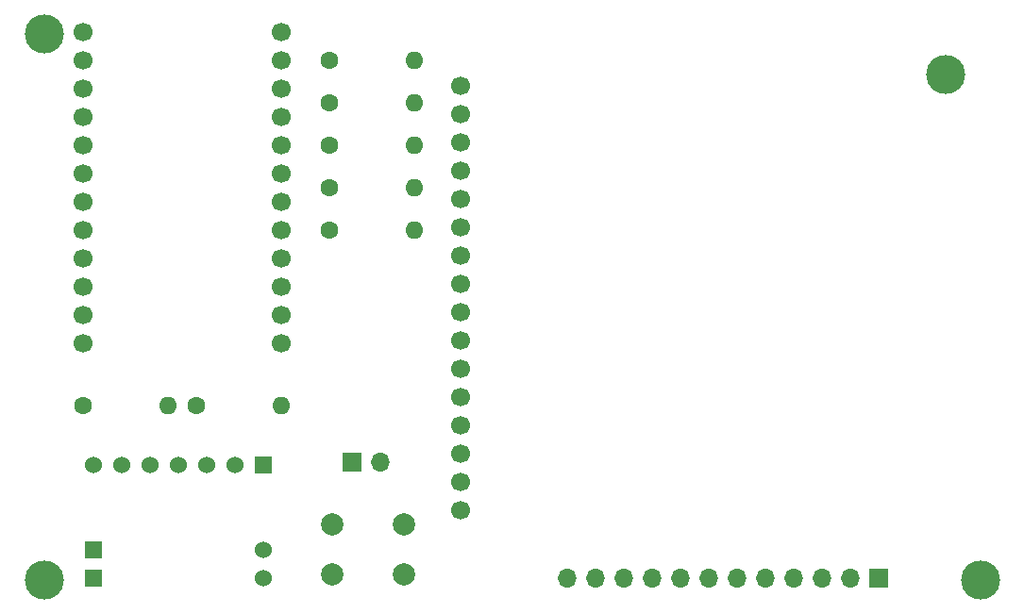
<source format=gbs>
G04 #@! TF.GenerationSoftware,KiCad,Pcbnew,6.0.0-d3dd2cf0fa~116~ubuntu20.04.1*
G04 #@! TF.CreationDate,2022-01-15T15:11:49+09:00*
G04 #@! TF.ProjectId,fg06-c3dev-revb,66673036-2d63-4336-9465-762d72657662,rev?*
G04 #@! TF.SameCoordinates,Original*
G04 #@! TF.FileFunction,Soldermask,Bot*
G04 #@! TF.FilePolarity,Negative*
%FSLAX46Y46*%
G04 Gerber Fmt 4.6, Leading zero omitted, Abs format (unit mm)*
G04 Created by KiCad (PCBNEW 6.0.0-d3dd2cf0fa~116~ubuntu20.04.1) date 2022-01-15 15:11:49*
%MOMM*%
%LPD*%
G01*
G04 APERTURE LIST*
%ADD10C,1.600000*%
%ADD11O,1.600000X1.600000*%
%ADD12C,2.000000*%
%ADD13R,1.700000X1.700000*%
%ADD14O,1.700000X1.700000*%
%ADD15C,3.500000*%
%ADD16C,1.700000*%
%ADD17C,1.524000*%
%ADD18R,1.524000X1.524000*%
G04 APERTURE END LIST*
D10*
G04 #@! TO.C,R5*
X68580000Y-51054000D03*
D11*
X76200000Y-51054000D03*
G04 #@! TD*
D12*
G04 #@! TO.C,SW1*
X68834000Y-85126000D03*
X75334000Y-85126000D03*
X68834000Y-89626000D03*
X75334000Y-89626000D03*
G04 #@! TD*
D13*
G04 #@! TO.C,J1*
X117856000Y-89916000D03*
D14*
X115316000Y-89916000D03*
X112776000Y-89916000D03*
X110236000Y-89916000D03*
X107696000Y-89916000D03*
X105156000Y-89916000D03*
X102616000Y-89916000D03*
X100076000Y-89916000D03*
X97536000Y-89916000D03*
X94996000Y-89916000D03*
X92456000Y-89916000D03*
X89916000Y-89916000D03*
G04 #@! TD*
D13*
G04 #@! TO.C,JP1*
X70607000Y-79502000D03*
D14*
X73147000Y-79502000D03*
G04 #@! TD*
D10*
G04 #@! TO.C,R4*
X68580000Y-47244000D03*
D11*
X76200000Y-47244000D03*
G04 #@! TD*
D15*
G04 #@! TO.C,REF4*
X127000000Y-90090000D03*
G04 #@! TD*
D10*
G04 #@! TO.C,R7*
X68580000Y-58674000D03*
D11*
X76200000Y-58674000D03*
G04 #@! TD*
D10*
G04 #@! TO.C,R6*
X68580000Y-54864000D03*
D11*
X76200000Y-54864000D03*
G04 #@! TD*
D15*
G04 #@! TO.C,REF2*
X43000000Y-90090000D03*
G04 #@! TD*
G04 #@! TO.C,REF1*
X43000000Y-41090000D03*
G04 #@! TD*
D16*
G04 #@! TO.C,U2*
X64262000Y-68834000D03*
X64262000Y-66294000D03*
X64262000Y-63754000D03*
X64262000Y-61214000D03*
X64262000Y-58674000D03*
X64262000Y-56134000D03*
X64262000Y-53594000D03*
X64262000Y-51054000D03*
X64262000Y-48514000D03*
X64262000Y-45974000D03*
X64262000Y-43434000D03*
X64262000Y-40894000D03*
X46482000Y-40894000D03*
X46482000Y-43434000D03*
X46482000Y-45974000D03*
X46482000Y-48514000D03*
X46482000Y-51054000D03*
X46482000Y-53594000D03*
X46482000Y-56134000D03*
X46482000Y-58674000D03*
X46482000Y-61214000D03*
X46482000Y-63754000D03*
X46482000Y-66294000D03*
X46482000Y-68834000D03*
G04 #@! TD*
D15*
G04 #@! TO.C,REF3*
X123930000Y-44690000D03*
G04 #@! TD*
D10*
G04 #@! TO.C,R1*
X46482000Y-74422000D03*
D11*
X54102000Y-74422000D03*
G04 #@! TD*
D10*
G04 #@! TO.C,R2*
X56642000Y-74422000D03*
D11*
X64262000Y-74422000D03*
G04 #@! TD*
D17*
G04 #@! TO.C,U1*
X62718000Y-87364000D03*
X62718000Y-89904000D03*
D18*
X47478000Y-89904000D03*
X47478000Y-87364000D03*
X62718000Y-79744000D03*
D17*
X60178000Y-79744000D03*
X57638000Y-79744000D03*
X55098000Y-79744000D03*
X52558000Y-79744000D03*
X50018000Y-79744000D03*
X47478000Y-79744000D03*
G04 #@! TD*
D16*
G04 #@! TO.C,U3*
X80380000Y-45720000D03*
X80380000Y-48260000D03*
X80380000Y-50800000D03*
X80380000Y-53340000D03*
X80380000Y-55880000D03*
X80380000Y-58420000D03*
X80380000Y-60960000D03*
X80380000Y-63500000D03*
X80380000Y-66040000D03*
X80380000Y-68580000D03*
X80380000Y-71120000D03*
X80380000Y-73660000D03*
X80380000Y-76200000D03*
X80380000Y-78740000D03*
X80380000Y-81280000D03*
X80380000Y-83820000D03*
G04 #@! TD*
D10*
G04 #@! TO.C,R3*
X68580000Y-43434000D03*
D11*
X76200000Y-43434000D03*
G04 #@! TD*
M02*

</source>
